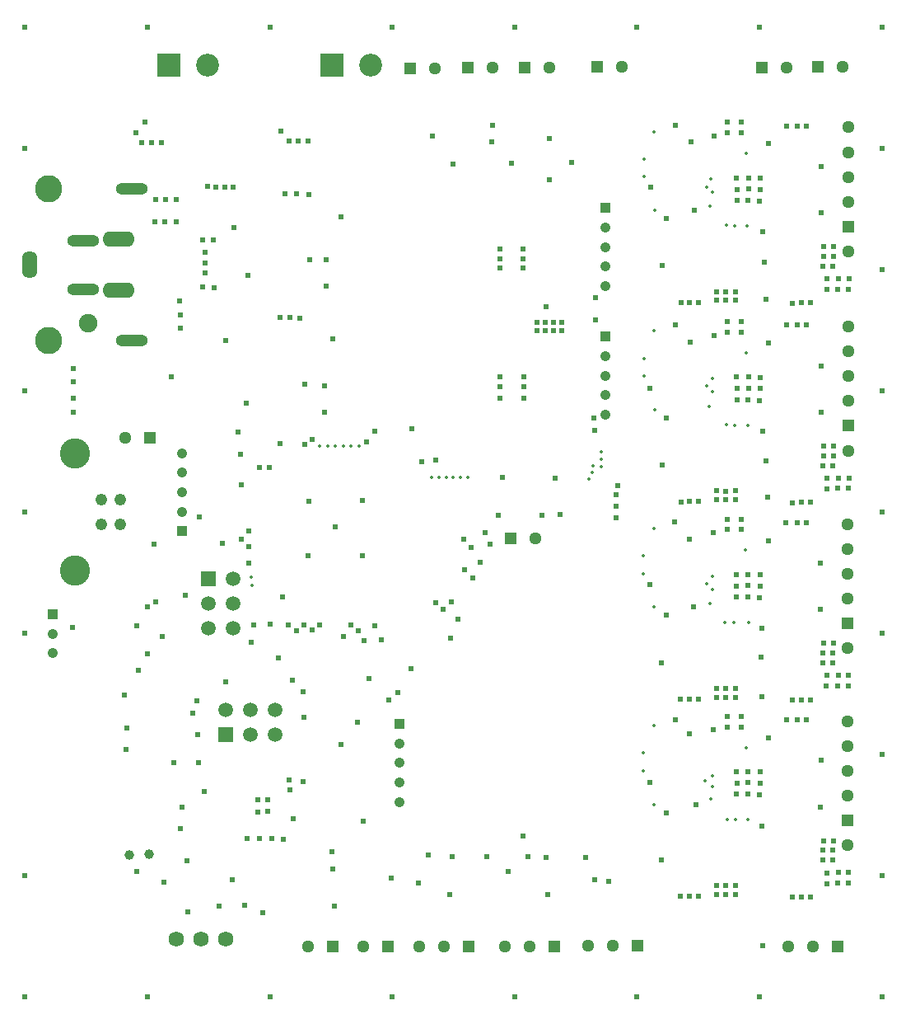
<source format=gbr>
G04 DipTrace 2.4.0.1*
%INBottomPaste.gbr*%
%MOIN*%
%ADD44R,0.0591X0.0591*%
%ADD46C,0.0591*%
%ADD115C,0.014*%
%ADD116C,0.024*%
%ADD156C,0.0392*%
%ADD174C,0.0412*%
%ADD176C,0.0412*%
%ADD178R,0.0412X0.0412*%
%ADD202C,0.0625*%
%ADD204C,0.092*%
%ADD208R,0.092X0.092*%
%ADD210C,0.0511*%
%ADD211C,0.0511*%
%ADD213R,0.0511X0.0511*%
%ADD217C,0.1219*%
%ADD221C,0.0479*%
%ADD224C,0.0747*%
%ADD228C,0.1101*%
%ADD230O,0.1298X0.0629*%
%ADD233O,0.1298X0.0471*%
%ADD237O,0.0629X0.1101*%
%FSLAX44Y44*%
G04*
G70*
G90*
G75*
G01*
%LNBotPaste*%
%LPD*%
D116*
X4493Y10413D3*
X5000Y13610D3*
X7420Y9880D3*
X6330Y25480D3*
X19960Y5480D3*
X23460Y5130D3*
X19960Y5480D3*
X17040Y16340D3*
X24325Y19775D3*
Y20225D3*
X17350Y16080D3*
X18830Y17975D3*
X6020Y5050D3*
X6900Y16650D3*
X9460Y17950D3*
X11700Y11720D3*
X11660Y12750D3*
X4430Y12590D3*
X10830Y16570D3*
X17700Y6080D3*
X18200Y17660D3*
X17950Y15680D3*
X8870Y31500D3*
X17610Y4540D3*
X18550Y17350D3*
X17680Y16380D3*
X8525Y26925D3*
X6700Y7200D3*
X6760Y8060D3*
X5360Y14280D3*
X7371Y12359D3*
X23500Y27770D3*
X16475Y22045D3*
X23490Y28660D3*
X23470Y23310D3*
X17050Y22120D3*
X23450Y23790D3*
X24325Y20700D3*
X24395Y21080D3*
X16900Y35190D3*
X19290Y34960D3*
X21650Y35110D3*
X2370Y25820D3*
Y25280D3*
X4930Y15390D3*
X7790Y33160D3*
X30170Y33510D3*
Y33050D3*
X30150Y32580D3*
X29690Y33080D3*
Y33520D3*
X29680Y32610D3*
X29220D3*
X29230Y33050D3*
X29210Y33520D3*
D115*
X28810Y31590D3*
X29150Y31580D3*
X29650D3*
X28130Y32380D3*
X28240Y32940D3*
X28000Y33150D3*
X28180Y33460D3*
X29590Y34500D3*
D116*
X30500Y34890D3*
X28290Y35210D3*
X32630Y33980D3*
X32620Y32100D3*
X30260Y31340D3*
X28410Y28560D3*
Y28920D3*
X29180D3*
X28770Y28560D3*
Y28910D3*
X29180Y28560D3*
X29400Y35330D3*
X28850D3*
X29400Y35760D3*
X28850D3*
X32040Y35620D3*
X31670D3*
X31230D3*
X26730Y35630D3*
D115*
X25893Y32195D3*
X25453Y33555D3*
Y34275D3*
X25873Y35385D3*
D116*
X26380Y31870D3*
X9890Y6790D3*
X10940Y32880D3*
X11410Y32870D3*
X11900Y32850D3*
X13210Y31950D3*
X11930Y30190D3*
X12610Y30210D3*
X12600Y29150D3*
X9440Y29580D3*
X7610Y31010D3*
X8030D3*
X7590Y29100D3*
X8060Y29080D3*
X7700Y29670D3*
Y30080D3*
X7710Y30490D3*
X10770Y35410D3*
X11100Y35020D3*
X11470Y35010D3*
X11860Y35020D3*
X5140Y34950D3*
X5540D3*
X5930D3*
X4910Y35340D3*
X12550Y25110D3*
Y24040D3*
X11720Y25160D3*
X9370Y24410D3*
X9400Y6790D3*
X10730Y27860D3*
X11130D3*
X11540Y27850D3*
X12870Y27000D3*
X19320Y35650D3*
X17750Y34080D3*
X20110Y34110D3*
X33133Y30735D3*
X33123Y30345D3*
X33113Y29945D3*
X32733Y30735D3*
X32723Y30345D3*
X32713Y29945D3*
X32883Y29435D3*
X33753Y29445D3*
X33333D3*
X32863Y29005D3*
X33733Y29015D3*
X33313D3*
X31483Y28445D3*
X32213Y28455D3*
X31843D3*
X26953Y28475D3*
X27683Y28485D3*
X27313D3*
X33133Y22675D3*
X26193Y29955D3*
X33123Y22285D3*
X33113Y21885D3*
X32733Y22675D3*
X32723Y22285D3*
X32713Y21885D3*
X32883Y21375D3*
X33753Y21385D3*
X33333D3*
X30170Y25450D3*
Y24990D3*
X30150Y24520D3*
X29690Y25020D3*
Y25460D3*
X29680Y24550D3*
X29220D3*
X29230Y24990D3*
X29210Y25460D3*
D115*
X28800Y23540D3*
X29140Y23510D3*
X29670Y23500D3*
X28090Y24270D3*
X28220Y24860D3*
X28000Y25090D3*
X28240Y25390D3*
X29590Y26440D3*
D116*
X30500Y26830D3*
X28290Y27150D3*
X32630Y25920D3*
X32620Y24040D3*
X30260Y23280D3*
X28410Y20500D3*
Y20860D3*
X29180D3*
X28770Y20500D3*
Y20850D3*
X29180Y20500D3*
X29400Y27270D3*
X28850D3*
X29400Y27700D3*
X28850D3*
X32040Y27560D3*
X31670D3*
X31230D3*
X26730Y27570D3*
D115*
X25893Y24135D3*
X25453Y25495D3*
Y26215D3*
X25873Y27325D3*
D116*
X26380Y23810D3*
X32863Y20945D3*
X33733Y20955D3*
X33313D3*
X31483Y20385D3*
X32213Y20395D3*
X31843D3*
X26953Y20415D3*
X27683Y20425D3*
X27313D3*
X26193Y21895D3*
X33120Y14695D3*
X33110Y14305D3*
X33100Y13905D3*
X32720Y14695D3*
X32710Y14305D3*
X32700Y13905D3*
X32870Y13395D3*
X33740Y13405D3*
X33320D3*
X30157Y17469D3*
Y17009D3*
X30137Y16539D3*
X29677Y17039D3*
Y17479D3*
X29667Y16569D3*
X29207D3*
X29217Y17009D3*
X29197Y17479D3*
D115*
X28750Y15550D3*
X29100Y15540D3*
X29690Y15550D3*
X28130Y16320D3*
X28220Y16870D3*
X27987Y17109D3*
X28220Y17400D3*
X29577Y18459D3*
D116*
X30487Y18849D3*
X28277Y19169D3*
X32617Y17939D3*
X32607Y16059D3*
X30247Y15299D3*
X28397Y12519D3*
Y12879D3*
X29167D3*
X28757Y12519D3*
Y12869D3*
X29167Y12519D3*
X29387Y19289D3*
X28837D3*
X29387Y19719D3*
X28837D3*
X32027Y19579D3*
X31657D3*
X31217D3*
X26717Y19589D3*
D115*
X25880Y16155D3*
X25440Y17515D3*
Y18235D3*
X25860Y19345D3*
D116*
X26367Y15829D3*
X32850Y12965D3*
X33720Y12975D3*
X33300D3*
X31470Y12405D3*
X32200Y12415D3*
X31830D3*
X26940Y12435D3*
X27670Y12445D3*
X27300D3*
X26180Y13915D3*
X33123Y6715D3*
X33113Y6325D3*
X33103Y5925D3*
X32723Y6715D3*
X32713Y6325D3*
X32703Y5925D3*
X32873Y5415D3*
X33743Y5425D3*
X33323D3*
X30160Y9490D3*
Y9030D3*
X30140Y8560D3*
X29680Y9060D3*
Y9500D3*
X29670Y8590D3*
X29210D3*
X29220Y9030D3*
X29200Y9500D3*
D115*
X28840Y7580D3*
X29160Y7560D3*
X29670Y7580D3*
X28170Y8420D3*
X28225Y8900D3*
X27950Y9125D3*
X28225Y9350D3*
X29590Y10470D3*
D116*
X30490Y10870D3*
X28280Y11190D3*
X32620Y9960D3*
X32610Y8080D3*
X30250Y7320D3*
X28400Y4540D3*
Y4900D3*
X29170D3*
X28760Y4540D3*
Y4890D3*
X29170Y4540D3*
X29390Y11310D3*
X28840D3*
X29390Y11740D3*
X28840D3*
X32030Y11600D3*
X31660D3*
X31220D3*
X26720Y11610D3*
D115*
X25883Y8175D3*
X25443Y9535D3*
Y10255D3*
X25863Y11365D3*
D116*
X26370Y7850D3*
X32853Y4985D3*
X33723Y4995D3*
X33303D3*
X31473Y4425D3*
X32203Y4435D3*
X31833D3*
X26943Y4455D3*
X27673Y4465D3*
X27303D3*
X26183Y5935D3*
X22530Y34130D3*
X19625Y30250D3*
X20575D3*
Y29875D3*
X19625D3*
X20575Y30625D3*
X19625D3*
X21625Y33450D3*
X410Y39590D3*
X8140Y33150D3*
X19100Y6080D3*
X21500Y6025D3*
X10390Y6790D3*
X10880Y6780D3*
X8490Y33150D3*
X11275Y7600D3*
X11130Y8780D3*
X11680Y9090D3*
X11100Y9180D3*
X9825Y8375D3*
X4520Y11260D3*
X8840Y33140D3*
X15510Y12700D3*
X15140Y12410D3*
X14850Y14830D3*
X14560Y15410D3*
X14120Y14820D3*
X13900Y15200D3*
X13600Y15425D3*
X13300Y14970D3*
X11700Y15425D3*
X12350D3*
X12025Y15225D3*
X11230Y13220D3*
X14330Y13260D3*
X8540Y13150D3*
X20600Y25475D3*
Y25075D3*
Y24600D3*
X19625Y25475D3*
Y25075D3*
Y24600D3*
X21500Y28300D3*
X21150Y27675D3*
X21475D3*
X21800D3*
X22125D3*
X21150Y27350D3*
X21475D3*
X21800D3*
X22125D3*
X10310Y21820D3*
X9900D3*
X14575Y23275D3*
X10250Y8375D3*
Y7900D3*
X19050Y19175D3*
X18175Y18900D3*
X18475Y18575D3*
X9850Y7875D3*
X10725Y22775D3*
X11725Y22725D3*
X12025Y22950D3*
X14220Y22830D3*
X16070Y23380D3*
X9025Y23250D3*
X9475Y18600D3*
X9180Y18900D3*
X11390Y15200D3*
X11075Y15425D3*
X5375Y16175D3*
X20775Y6070D3*
X16730Y6130D3*
X15225Y5210D3*
X30260Y2460D3*
X24040Y5080D3*
X21555Y4550D3*
X16340Y5020D3*
X13200Y10590D3*
X12850Y6260D3*
X10030Y3800D3*
X12925Y4060D3*
X19560Y19870D3*
X21350Y19875D3*
X19740Y21390D3*
X9675Y15450D3*
X10325Y15475D3*
X9125Y22325D3*
X21860Y21360D3*
X5700Y16360D3*
X5980Y14970D3*
X5640Y18710D3*
X2325Y15350D3*
X23100Y6050D3*
X6990Y3825D3*
X8255Y4075D3*
X9300Y4100D3*
X7410Y11010D3*
X10675Y14100D3*
X9575Y14750D3*
X9180Y21110D3*
X9475Y19250D3*
X7670Y8700D3*
X6675Y28550D3*
X6700Y27975D3*
Y27425D3*
X6100Y32650D3*
X6075Y31725D3*
X6525D3*
Y32650D3*
X5700D3*
X5675Y31725D3*
X410Y410D3*
X35090Y39590D3*
Y410D3*
X4930Y5460D3*
X6970Y5920D3*
X8790Y5140D3*
X13860Y11520D3*
X12870Y5560D3*
X14110Y7490D3*
X6430Y9880D3*
X12960Y19400D3*
X11910Y20430D3*
X14070Y20460D3*
Y18250D3*
X11870Y18230D3*
X410Y5300D3*
Y15100D3*
Y20000D3*
Y24900D3*
Y34690D3*
X35090D3*
Y29790D3*
Y24900D3*
X5360Y39590D3*
X35090Y20000D3*
Y15100D3*
Y10200D3*
Y5310D3*
X10320Y39590D3*
X15270D3*
X20230D3*
X25180D3*
X30130D3*
X5360Y410D3*
X10320D3*
X15270D3*
X20230D3*
X25180D3*
X30130D3*
X20570Y6890D3*
X7210Y11880D3*
X16040Y13680D3*
X17640Y14920D3*
D115*
X16870Y21400D3*
D116*
X19240Y18710D3*
X22080Y19890D3*
X25700Y9070D3*
X27560Y8180D3*
X27300Y11030D3*
X25710Y17060D3*
X27290Y18900D3*
X30250Y12540D3*
X30210Y14130D3*
X27480Y16180D3*
X30460Y20590D3*
X30390Y22080D3*
X25700Y25020D3*
X27340Y26860D3*
X30350Y30100D3*
X30400Y28600D3*
X25720Y33130D3*
X27360Y34970D3*
X27510Y32210D3*
X5260Y35760D3*
X7460Y19800D3*
X8410Y18730D3*
X2370Y24610D3*
Y24040D3*
D115*
X12350Y22670D3*
X12670Y22680D3*
X12980Y22670D3*
X13290D3*
X13610D3*
X13920Y22660D3*
X9560Y17360D3*
X9600Y17030D3*
X17170Y21400D3*
X17460D3*
X18020D3*
X17740D3*
X18320D3*
X23750Y22450D3*
Y22150D3*
X23740Y21850D3*
X23390Y21880D3*
X23380Y21590D3*
X23220Y21340D3*
D237*
X590Y30000D3*
D233*
X2756Y30984D3*
D230*
X4193Y28976D3*
Y31024D3*
D233*
X2756Y29016D3*
D228*
X1378Y26929D3*
Y33071D3*
D233*
X4724Y26929D3*
Y33071D3*
D224*
X2953Y27638D3*
D221*
X4285Y19508D3*
Y20492D3*
X3498D3*
Y19508D3*
D217*
X2431Y22370D3*
Y17630D3*
D213*
X33720Y31550D3*
D210*
Y32550D3*
Y33550D3*
Y34550D3*
D213*
Y23490D3*
D210*
Y24490D3*
Y25490D3*
Y26490D3*
D213*
X33707Y15509D3*
D210*
Y16509D3*
Y17509D3*
Y18509D3*
D213*
X33710Y7530D3*
D210*
Y8530D3*
Y9530D3*
Y10530D3*
D208*
X6240Y38080D3*
D204*
X7800D3*
D208*
X12850D3*
D204*
X14410D3*
D213*
X16010Y37950D3*
D210*
X17010D3*
D213*
X33290Y2450D3*
D210*
X32290D3*
X31290D3*
D213*
X25200Y2480D3*
D210*
X24200D3*
X23200D3*
D213*
X21830Y2450D3*
D210*
X20830D3*
X19830D3*
D213*
X18370D3*
D210*
X17370D3*
X16370D3*
D213*
X15090Y2440D3*
D210*
X14090D3*
D213*
X12860Y2430D3*
D210*
X11860D3*
D202*
X8550Y2750D3*
X7550D3*
X6550D3*
D213*
X20650Y37970D3*
D210*
X21650D3*
D213*
X18320D3*
D210*
X19320D3*
D213*
X32490Y37990D3*
D210*
X33490D3*
D213*
X30230Y37980D3*
D210*
X31230D3*
D213*
X23560Y37990D3*
D210*
X24560D3*
D178*
X23900Y27090D3*
D174*
Y26303D3*
Y25515D3*
D176*
Y24728D3*
Y23940D3*
D178*
Y32290D3*
D174*
Y31503D3*
Y30715D3*
D176*
Y29928D3*
Y29140D3*
D178*
X1520Y15870D3*
D174*
Y15081D3*
Y14292D3*
D178*
X6775Y19230D3*
D174*
Y20017D3*
Y20805D3*
D176*
Y21592D3*
Y22380D3*
D44*
X7840Y17300D3*
D46*
X8840D3*
X7840Y16300D3*
X8840D3*
X7840Y15300D3*
X8840D3*
D213*
X20075Y18925D3*
D210*
X21075D3*
D44*
X8540Y11010D3*
D46*
Y12010D3*
X9540Y11010D3*
Y12010D3*
X10540Y11010D3*
Y12010D3*
D213*
X5460Y23020D3*
D210*
X4460D3*
D178*
X15580Y11430D3*
D174*
Y10643D3*
Y9855D3*
D176*
Y9068D3*
Y8280D3*
D156*
X4630Y6150D3*
X5420Y6160D3*
D211*
X33723Y30545D3*
Y35555D3*
Y22485D3*
Y27495D3*
X33710Y14505D3*
Y19515D3*
X33713Y6525D3*
Y11535D3*
M02*

</source>
